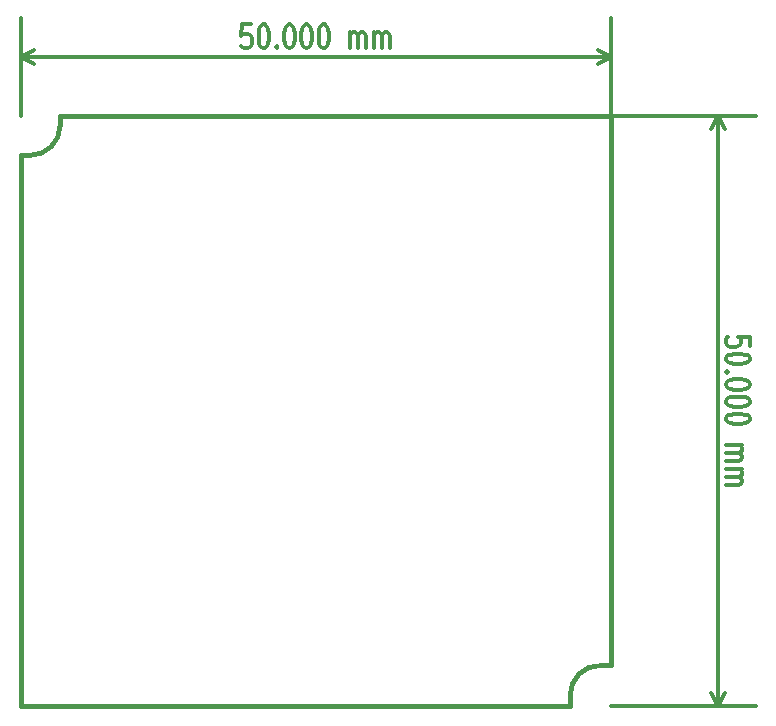
<source format=gbr>
G04 (created by PCBNEW (2013-mar-13)-testing) date Sun 04 Aug 2013 09:21:59 PM CEST*
%MOIN*%
G04 Gerber Fmt 3.4, Leading zero omitted, Abs format*
%FSLAX34Y34*%
G01*
G70*
G90*
G04 APERTURE LIST*
%ADD10C,0.005906*%
%ADD11C,0.012000*%
%ADD12C,0.015000*%
G04 APERTURE END LIST*
G54D10*
G54D11*
X27356Y-16638D02*
X27070Y-16638D01*
X27041Y-17019D01*
X27070Y-16981D01*
X27127Y-16943D01*
X27270Y-16943D01*
X27327Y-16981D01*
X27356Y-17019D01*
X27384Y-17095D01*
X27384Y-17286D01*
X27356Y-17362D01*
X27327Y-17400D01*
X27270Y-17438D01*
X27127Y-17438D01*
X27070Y-17400D01*
X27041Y-17362D01*
X27756Y-16638D02*
X27813Y-16638D01*
X27870Y-16676D01*
X27898Y-16714D01*
X27927Y-16790D01*
X27956Y-16943D01*
X27956Y-17133D01*
X27927Y-17286D01*
X27898Y-17362D01*
X27870Y-17400D01*
X27813Y-17438D01*
X27756Y-17438D01*
X27698Y-17400D01*
X27670Y-17362D01*
X27641Y-17286D01*
X27613Y-17133D01*
X27613Y-16943D01*
X27641Y-16790D01*
X27670Y-16714D01*
X27698Y-16676D01*
X27756Y-16638D01*
X28213Y-17362D02*
X28241Y-17400D01*
X28213Y-17438D01*
X28184Y-17400D01*
X28213Y-17362D01*
X28213Y-17438D01*
X28613Y-16638D02*
X28670Y-16638D01*
X28727Y-16676D01*
X28756Y-16714D01*
X28784Y-16790D01*
X28813Y-16943D01*
X28813Y-17133D01*
X28784Y-17286D01*
X28756Y-17362D01*
X28727Y-17400D01*
X28670Y-17438D01*
X28613Y-17438D01*
X28556Y-17400D01*
X28527Y-17362D01*
X28498Y-17286D01*
X28470Y-17133D01*
X28470Y-16943D01*
X28498Y-16790D01*
X28527Y-16714D01*
X28556Y-16676D01*
X28613Y-16638D01*
X29184Y-16638D02*
X29241Y-16638D01*
X29298Y-16676D01*
X29327Y-16714D01*
X29356Y-16790D01*
X29384Y-16943D01*
X29384Y-17133D01*
X29356Y-17286D01*
X29327Y-17362D01*
X29298Y-17400D01*
X29241Y-17438D01*
X29184Y-17438D01*
X29127Y-17400D01*
X29098Y-17362D01*
X29070Y-17286D01*
X29041Y-17133D01*
X29041Y-16943D01*
X29070Y-16790D01*
X29098Y-16714D01*
X29127Y-16676D01*
X29184Y-16638D01*
X29756Y-16638D02*
X29813Y-16638D01*
X29870Y-16676D01*
X29898Y-16714D01*
X29927Y-16790D01*
X29956Y-16943D01*
X29956Y-17133D01*
X29927Y-17286D01*
X29898Y-17362D01*
X29870Y-17400D01*
X29813Y-17438D01*
X29756Y-17438D01*
X29698Y-17400D01*
X29670Y-17362D01*
X29641Y-17286D01*
X29613Y-17133D01*
X29613Y-16943D01*
X29641Y-16790D01*
X29670Y-16714D01*
X29698Y-16676D01*
X29756Y-16638D01*
X30670Y-17438D02*
X30670Y-16905D01*
X30670Y-16981D02*
X30698Y-16943D01*
X30756Y-16905D01*
X30841Y-16905D01*
X30898Y-16943D01*
X30927Y-17019D01*
X30927Y-17438D01*
X30927Y-17019D02*
X30956Y-16943D01*
X31013Y-16905D01*
X31098Y-16905D01*
X31156Y-16943D01*
X31184Y-17019D01*
X31184Y-17438D01*
X31470Y-17438D02*
X31470Y-16905D01*
X31470Y-16981D02*
X31498Y-16943D01*
X31556Y-16905D01*
X31641Y-16905D01*
X31698Y-16943D01*
X31727Y-17019D01*
X31727Y-17438D01*
X31727Y-17019D02*
X31756Y-16943D01*
X31813Y-16905D01*
X31898Y-16905D01*
X31956Y-16943D01*
X31984Y-17019D01*
X31984Y-17438D01*
X39370Y-17716D02*
X19685Y-17716D01*
X39370Y-19685D02*
X39370Y-16436D01*
X19685Y-19685D02*
X19685Y-16436D01*
X19685Y-17716D02*
X20128Y-17485D01*
X19685Y-17716D02*
X20128Y-17947D01*
X39370Y-17716D02*
X38926Y-17485D01*
X39370Y-17716D02*
X38926Y-17947D01*
X43991Y-27356D02*
X43991Y-27070D01*
X43610Y-27041D01*
X43648Y-27070D01*
X43686Y-27127D01*
X43686Y-27270D01*
X43648Y-27327D01*
X43610Y-27356D01*
X43534Y-27384D01*
X43343Y-27384D01*
X43267Y-27356D01*
X43229Y-27327D01*
X43191Y-27270D01*
X43191Y-27127D01*
X43229Y-27070D01*
X43267Y-27041D01*
X43991Y-27756D02*
X43991Y-27813D01*
X43953Y-27870D01*
X43915Y-27898D01*
X43839Y-27927D01*
X43686Y-27956D01*
X43496Y-27956D01*
X43343Y-27927D01*
X43267Y-27898D01*
X43229Y-27870D01*
X43191Y-27813D01*
X43191Y-27756D01*
X43229Y-27698D01*
X43267Y-27670D01*
X43343Y-27641D01*
X43496Y-27613D01*
X43686Y-27613D01*
X43839Y-27641D01*
X43915Y-27670D01*
X43953Y-27698D01*
X43991Y-27756D01*
X43267Y-28213D02*
X43229Y-28241D01*
X43191Y-28213D01*
X43229Y-28184D01*
X43267Y-28213D01*
X43191Y-28213D01*
X43991Y-28613D02*
X43991Y-28670D01*
X43953Y-28727D01*
X43915Y-28756D01*
X43839Y-28784D01*
X43686Y-28813D01*
X43496Y-28813D01*
X43343Y-28784D01*
X43267Y-28756D01*
X43229Y-28727D01*
X43191Y-28670D01*
X43191Y-28613D01*
X43229Y-28556D01*
X43267Y-28527D01*
X43343Y-28498D01*
X43496Y-28470D01*
X43686Y-28470D01*
X43839Y-28498D01*
X43915Y-28527D01*
X43953Y-28556D01*
X43991Y-28613D01*
X43991Y-29184D02*
X43991Y-29241D01*
X43953Y-29298D01*
X43915Y-29327D01*
X43839Y-29356D01*
X43686Y-29384D01*
X43496Y-29384D01*
X43343Y-29356D01*
X43267Y-29327D01*
X43229Y-29298D01*
X43191Y-29241D01*
X43191Y-29184D01*
X43229Y-29127D01*
X43267Y-29098D01*
X43343Y-29070D01*
X43496Y-29041D01*
X43686Y-29041D01*
X43839Y-29070D01*
X43915Y-29098D01*
X43953Y-29127D01*
X43991Y-29184D01*
X43991Y-29756D02*
X43991Y-29813D01*
X43953Y-29870D01*
X43915Y-29898D01*
X43839Y-29927D01*
X43686Y-29956D01*
X43496Y-29956D01*
X43343Y-29927D01*
X43267Y-29898D01*
X43229Y-29870D01*
X43191Y-29813D01*
X43191Y-29756D01*
X43229Y-29698D01*
X43267Y-29670D01*
X43343Y-29641D01*
X43496Y-29613D01*
X43686Y-29613D01*
X43839Y-29641D01*
X43915Y-29670D01*
X43953Y-29698D01*
X43991Y-29756D01*
X43191Y-30670D02*
X43724Y-30670D01*
X43648Y-30670D02*
X43686Y-30698D01*
X43724Y-30756D01*
X43724Y-30841D01*
X43686Y-30898D01*
X43610Y-30927D01*
X43191Y-30927D01*
X43610Y-30927D02*
X43686Y-30956D01*
X43724Y-31013D01*
X43724Y-31098D01*
X43686Y-31156D01*
X43610Y-31184D01*
X43191Y-31184D01*
X43191Y-31470D02*
X43724Y-31470D01*
X43648Y-31470D02*
X43686Y-31498D01*
X43724Y-31556D01*
X43724Y-31641D01*
X43686Y-31698D01*
X43610Y-31727D01*
X43191Y-31727D01*
X43610Y-31727D02*
X43686Y-31756D01*
X43724Y-31813D01*
X43724Y-31898D01*
X43686Y-31956D01*
X43610Y-31984D01*
X43191Y-31984D01*
X42913Y-19685D02*
X42913Y-39370D01*
X39370Y-19685D02*
X44193Y-19685D01*
X39370Y-39370D02*
X44193Y-39370D01*
X42913Y-39370D02*
X42682Y-38926D01*
X42913Y-39370D02*
X43144Y-38926D01*
X42913Y-19685D02*
X42682Y-20128D01*
X42913Y-19685D02*
X43144Y-20128D01*
G54D12*
X39000Y-38000D02*
G75*
G03X38000Y-39000I0J-1000D01*
G74*
G01*
X19685Y-39370D02*
X38000Y-39370D01*
X39370Y-19685D02*
X39370Y-38000D01*
X20000Y-21000D02*
G75*
G03X21000Y-20000I0J1000D01*
G74*
G01*
X38000Y-39000D02*
X38000Y-39370D01*
X39000Y-38000D02*
X39370Y-38000D01*
X19685Y-39370D02*
X19685Y-21000D01*
X20000Y-21000D02*
X19685Y-21000D01*
X21000Y-20000D02*
X21000Y-19685D01*
X39370Y-19685D02*
X21000Y-19685D01*
M02*

</source>
